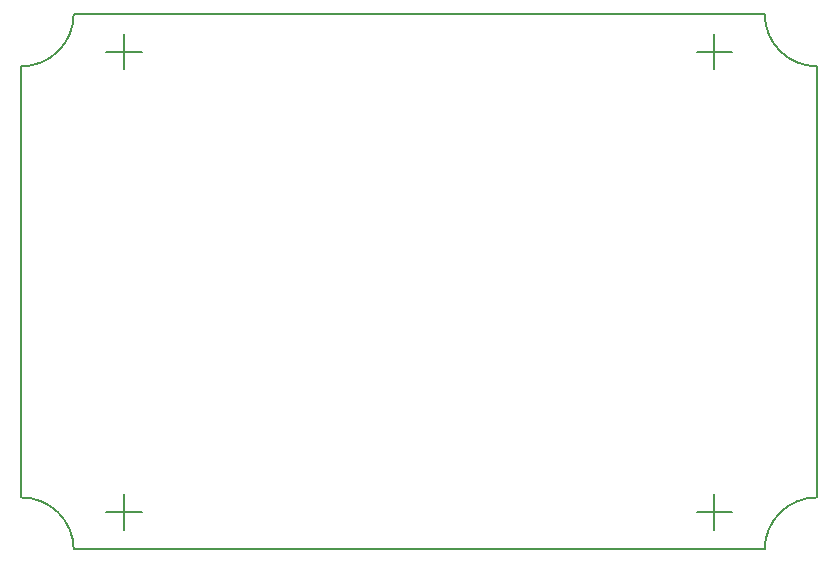
<source format=gm1>
G04 Layer_Color=16711935*
%FSLAX44Y44*%
%MOMM*%
G71*
G01*
G75*
%ADD11C,0.2000*%
D11*
X674000Y44000D02*
G03*
X629500Y0I-250J-44250D01*
G01*
X44500D02*
G03*
X0Y44000I-44250J-250D01*
G01*
Y409000D02*
G03*
X44500Y453000I250J44250D01*
G01*
X629500D02*
G03*
X674000Y409000I44250J250D01*
G01*
X87000Y406500D02*
Y436500D01*
X72000Y421500D02*
X102000D01*
X587000Y406500D02*
Y436500D01*
X572000Y421500D02*
X602000D01*
X587000Y16500D02*
Y46500D01*
X572000Y31500D02*
X602000D01*
X72000D02*
X102000D01*
X87000Y16500D02*
Y46500D01*
X674000Y44000D02*
Y409000D01*
X0Y44000D02*
Y409000D01*
X337000Y0D02*
X629500D01*
X44500Y453000D02*
X629500D01*
X44500Y0D02*
X629500D01*
M02*

</source>
